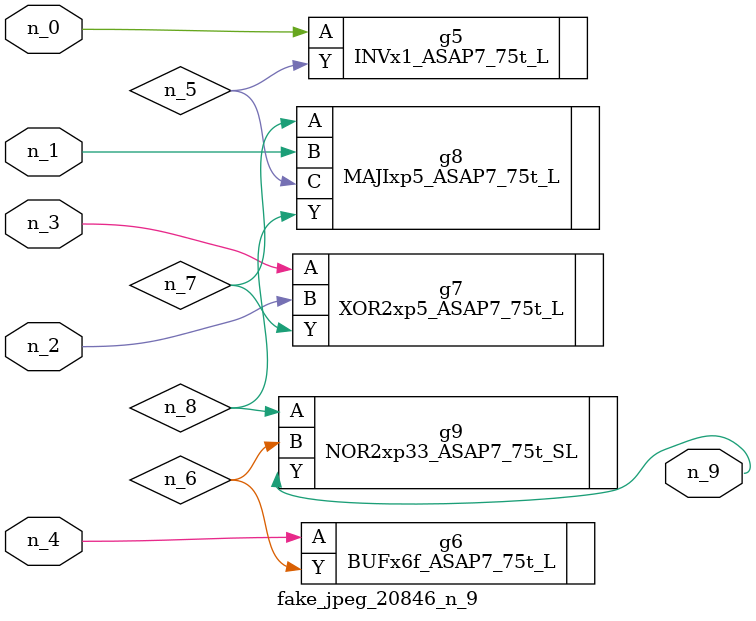
<source format=v>
module fake_jpeg_20846_n_9 (n_3, n_2, n_1, n_0, n_4, n_9);

input n_3;
input n_2;
input n_1;
input n_0;
input n_4;

output n_9;

wire n_8;
wire n_6;
wire n_5;
wire n_7;

INVx1_ASAP7_75t_L g5 ( 
.A(n_0),
.Y(n_5)
);

BUFx6f_ASAP7_75t_L g6 ( 
.A(n_4),
.Y(n_6)
);

XOR2xp5_ASAP7_75t_L g7 ( 
.A(n_3),
.B(n_2),
.Y(n_7)
);

MAJIxp5_ASAP7_75t_L g8 ( 
.A(n_7),
.B(n_1),
.C(n_5),
.Y(n_8)
);

NOR2xp33_ASAP7_75t_SL g9 ( 
.A(n_8),
.B(n_6),
.Y(n_9)
);


endmodule
</source>
